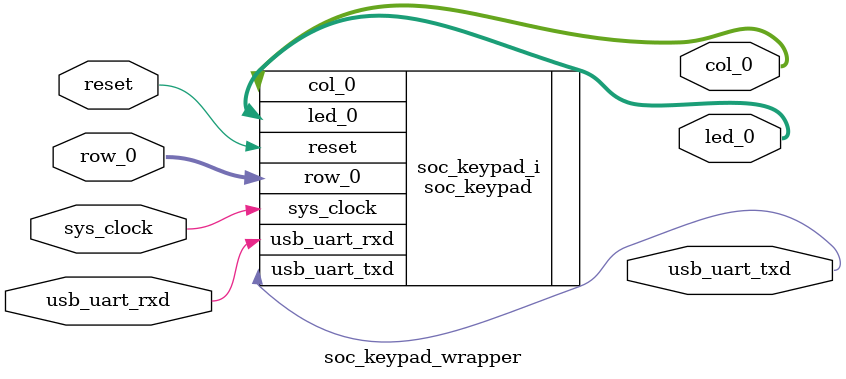
<source format=v>
`timescale 1 ps / 1 ps

module soc_keypad_wrapper
   (col_0,
    led_0,
    reset,
    row_0,
    sys_clock,
    usb_uart_rxd,
    usb_uart_txd);
  output [3:0]col_0;
  output [15:0]led_0;
  input reset;
  input [3:0]row_0;
  input sys_clock;
  input usb_uart_rxd;
  output usb_uart_txd;

  wire [3:0]col_0;
  wire [15:0]led_0;
  wire reset;
  wire [3:0]row_0;
  wire sys_clock;
  wire usb_uart_rxd;
  wire usb_uart_txd;

  soc_keypad soc_keypad_i
       (.col_0(col_0),
        .led_0(led_0),
        .reset(reset),
        .row_0(row_0),
        .sys_clock(sys_clock),
        .usb_uart_rxd(usb_uart_rxd),
        .usb_uart_txd(usb_uart_txd));
endmodule

</source>
